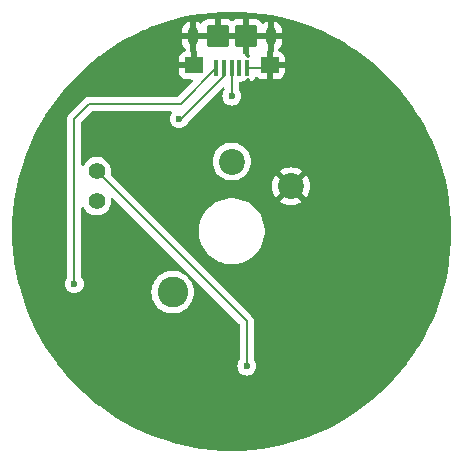
<source format=gbr>
%TF.GenerationSoftware,KiCad,Pcbnew,8.0.1*%
%TF.CreationDate,2024-11-04T22:09:11+13:00*%
%TF.ProjectId,morse_code_keyboard,6d6f7273-655f-4636-9f64-655f6b657962,rev?*%
%TF.SameCoordinates,Original*%
%TF.FileFunction,Copper,L2,Bot*%
%TF.FilePolarity,Positive*%
%FSLAX46Y46*%
G04 Gerber Fmt 4.6, Leading zero omitted, Abs format (unit mm)*
G04 Created by KiCad (PCBNEW 8.0.1) date 2024-11-04 22:09:11*
%MOMM*%
%LPD*%
G01*
G04 APERTURE LIST*
G04 Aperture macros list*
%AMRoundRect*
0 Rectangle with rounded corners*
0 $1 Rounding radius*
0 $2 $3 $4 $5 $6 $7 $8 $9 X,Y pos of 4 corners*
0 Add a 4 corners polygon primitive as box body*
4,1,4,$2,$3,$4,$5,$6,$7,$8,$9,$2,$3,0*
0 Add four circle primitives for the rounded corners*
1,1,$1+$1,$2,$3*
1,1,$1+$1,$4,$5*
1,1,$1+$1,$6,$7*
1,1,$1+$1,$8,$9*
0 Add four rect primitives between the rounded corners*
20,1,$1+$1,$2,$3,$4,$5,0*
20,1,$1+$1,$4,$5,$6,$7,0*
20,1,$1+$1,$6,$7,$8,$9,0*
20,1,$1+$1,$8,$9,$2,$3,0*%
G04 Aperture macros list end*
%TA.AperFunction,ComponentPad*%
%ADD10C,2.200000*%
%TD*%
%TA.AperFunction,ComponentPad*%
%ADD11C,2.600000*%
%TD*%
%TA.AperFunction,ComponentPad*%
%ADD12C,1.400000*%
%TD*%
%TA.AperFunction,SMDPad,CuDef*%
%ADD13RoundRect,0.100000X-0.100000X-0.575000X0.100000X-0.575000X0.100000X0.575000X-0.100000X0.575000X0*%
%TD*%
%TA.AperFunction,ComponentPad*%
%ADD14O,0.900000X1.600000*%
%TD*%
%TA.AperFunction,SMDPad,CuDef*%
%ADD15RoundRect,0.250000X-0.550000X-0.450000X0.550000X-0.450000X0.550000X0.450000X-0.550000X0.450000X0*%
%TD*%
%TA.AperFunction,SMDPad,CuDef*%
%ADD16RoundRect,0.250000X-0.700000X-0.700000X0.700000X-0.700000X0.700000X0.700000X-0.700000X0.700000X0*%
%TD*%
%TA.AperFunction,ViaPad*%
%ADD17C,0.600000*%
%TD*%
%TA.AperFunction,Conductor*%
%ADD18C,0.200000*%
%TD*%
G04 APERTURE END LIST*
D10*
%TO.P,SW1,1,A*%
%TO.N,Net-(SW1A-A)*%
X140970000Y-79190000D03*
%TO.P,SW1,2,B*%
%TO.N,GND*%
X145970000Y-81290000D03*
D11*
%TO.P,SW1,*%
%TO.N,*%
X135970000Y-90240000D03*
%TD*%
D12*
%TO.P,SW2,1,A*%
%TO.N,udp*%
X129540000Y-80010000D03*
%TO.P,SW2,2,B*%
%TO.N,Net-(SW2A-B)*%
X129540000Y-82550000D03*
%TD*%
D13*
%TO.P,J1,1,VBUS*%
%TO.N,VCC*%
X139670000Y-71255000D03*
%TO.P,J1,2,D-*%
%TO.N,udm*%
X140320000Y-71255000D03*
%TO.P,J1,3,D+*%
%TO.N,udp*%
X140970000Y-71255000D03*
%TO.P,J1,4,ID*%
%TO.N,unconnected-(J1-ID-Pad4)*%
X141620000Y-71255000D03*
%TO.P,J1,5,GND*%
%TO.N,GND*%
X142270000Y-71255000D03*
D14*
%TO.P,J1,6,Shield*%
X137670000Y-68580000D03*
D15*
X137770000Y-71030000D03*
D16*
X139770000Y-68580000D03*
X142170000Y-68580000D03*
D15*
X144170000Y-71030000D03*
D14*
X144270000Y-68580000D03*
%TD*%
D17*
%TO.N,VCC*%
X127635000Y-89535000D03*
%TO.N,udm*%
X136525000Y-75565000D03*
%TO.N,udp*%
X140970000Y-73660000D03*
X142240000Y-96520000D03*
%TO.N,GND*%
X154940000Y-88265000D03*
X154940000Y-92075000D03*
X139700000Y-96520000D03*
%TD*%
D18*
%TO.N,GND*%
X143945000Y-71255000D02*
X144170000Y-71030000D01*
X142270000Y-71255000D02*
X143945000Y-71255000D01*
X144170000Y-68680000D02*
X144270000Y-68580000D01*
X144170000Y-71030000D02*
X144170000Y-68680000D01*
X137770000Y-68680000D02*
X137670000Y-68580000D01*
X137770000Y-71030000D02*
X137770000Y-68680000D01*
X139770000Y-68580000D02*
X137670000Y-68580000D01*
X142170000Y-68580000D02*
X144270000Y-68580000D01*
%TO.N,VCC*%
X127635000Y-75565000D02*
X127635000Y-89535000D01*
X128905000Y-74295000D02*
X127635000Y-75565000D01*
X139670000Y-71255000D02*
X136630000Y-74295000D01*
X136630000Y-74295000D02*
X128905000Y-74295000D01*
%TO.N,udm*%
X136684999Y-75565000D02*
X140320000Y-71929999D01*
X140320000Y-71929999D02*
X140320000Y-71255000D01*
X136525000Y-75565000D02*
X136684999Y-75565000D01*
%TO.N,udp*%
X140970000Y-71255000D02*
X140970000Y-73660000D01*
X142240000Y-92710000D02*
X142240000Y-96520000D01*
X129540000Y-80010000D02*
X142240000Y-92710000D01*
%TD*%
%TA.AperFunction,Conductor*%
%TO.N,GND*%
G36*
X141825779Y-66517986D02*
G01*
X141831500Y-66518251D01*
X142682598Y-66577326D01*
X142688234Y-66577847D01*
X143535759Y-66676174D01*
X143541395Y-66676961D01*
X144383414Y-66814314D01*
X144388999Y-66815357D01*
X145018368Y-66948122D01*
X145223807Y-66991459D01*
X145229383Y-66992771D01*
X145388351Y-67034056D01*
X146055133Y-67207228D01*
X146060570Y-67208774D01*
X146875617Y-67461166D01*
X146880988Y-67462967D01*
X147683435Y-67752703D01*
X147688754Y-67754763D01*
X147876028Y-67832335D01*
X148476971Y-68081254D01*
X148482211Y-68083568D01*
X148817458Y-68240945D01*
X149254488Y-68446103D01*
X149259581Y-68448638D01*
X149983079Y-68830000D01*
X150014308Y-68846461D01*
X150019312Y-68849248D01*
X150754853Y-69281499D01*
X150759723Y-69284515D01*
X151474488Y-69750256D01*
X151479214Y-69753493D01*
X152171730Y-70251762D01*
X152176301Y-70255214D01*
X152845081Y-70784947D01*
X152849452Y-70788577D01*
X153450179Y-71311323D01*
X153493033Y-71348614D01*
X153497267Y-71352473D01*
X154114318Y-71941655D01*
X154118344Y-71945681D01*
X154562800Y-72411160D01*
X154707526Y-72562732D01*
X154711385Y-72566966D01*
X155271418Y-73210543D01*
X155275055Y-73214922D01*
X155485611Y-73480745D01*
X155804785Y-73883698D01*
X155808237Y-73888269D01*
X156306506Y-74580785D01*
X156309743Y-74585511D01*
X156775484Y-75300276D01*
X156778500Y-75305146D01*
X157210751Y-76040687D01*
X157213538Y-76045691D01*
X157611352Y-76800401D01*
X157613905Y-76805529D01*
X157976431Y-77577788D01*
X157978745Y-77583028D01*
X158305231Y-78371234D01*
X158307300Y-78376576D01*
X158597022Y-79178981D01*
X158598841Y-79184408D01*
X158848790Y-79991567D01*
X158851214Y-79999393D01*
X158852781Y-80004903D01*
X159067228Y-80830616D01*
X159068540Y-80836192D01*
X159244637Y-81670977D01*
X159245689Y-81676608D01*
X159383035Y-82518585D01*
X159383827Y-82524258D01*
X159482148Y-83371731D01*
X159482676Y-83377435D01*
X159541748Y-84228499D01*
X159542013Y-84234221D01*
X159561719Y-85087136D01*
X159561719Y-85092864D01*
X159542013Y-85945778D01*
X159541748Y-85951500D01*
X159482676Y-86802564D01*
X159482148Y-86808268D01*
X159383827Y-87655741D01*
X159383035Y-87661414D01*
X159245689Y-88503391D01*
X159244637Y-88509022D01*
X159068540Y-89343807D01*
X159067228Y-89349383D01*
X158852781Y-90175096D01*
X158851214Y-90180606D01*
X158598843Y-90995587D01*
X158597022Y-91001018D01*
X158307300Y-91803423D01*
X158305231Y-91808765D01*
X157978745Y-92596971D01*
X157976431Y-92602211D01*
X157613905Y-93374470D01*
X157611352Y-93379598D01*
X157213538Y-94134308D01*
X157210751Y-94139312D01*
X156778500Y-94874853D01*
X156775484Y-94879723D01*
X156309743Y-95594488D01*
X156306506Y-95599214D01*
X155808237Y-96291730D01*
X155804785Y-96296301D01*
X155275067Y-96965063D01*
X155271407Y-96969470D01*
X154711385Y-97613033D01*
X154707526Y-97617267D01*
X154118356Y-98234306D01*
X154114306Y-98238356D01*
X153497267Y-98827526D01*
X153493033Y-98831385D01*
X152849470Y-99391407D01*
X152845063Y-99395067D01*
X152176301Y-99924785D01*
X152171730Y-99928237D01*
X151479214Y-100426506D01*
X151474488Y-100429743D01*
X150759723Y-100895484D01*
X150754853Y-100898500D01*
X150019312Y-101330751D01*
X150014308Y-101333538D01*
X149259598Y-101731352D01*
X149254470Y-101733905D01*
X148482211Y-102096431D01*
X148476971Y-102098745D01*
X147688765Y-102425231D01*
X147683423Y-102427300D01*
X146881018Y-102717022D01*
X146875587Y-102718843D01*
X146060606Y-102971214D01*
X146055096Y-102972781D01*
X145229383Y-103187228D01*
X145223807Y-103188540D01*
X144389022Y-103364637D01*
X144383391Y-103365689D01*
X143541414Y-103503035D01*
X143535741Y-103503827D01*
X142688268Y-103602148D01*
X142682564Y-103602676D01*
X141831500Y-103661748D01*
X141825778Y-103662013D01*
X140972864Y-103681719D01*
X140967136Y-103681719D01*
X140114221Y-103662013D01*
X140108499Y-103661748D01*
X139257435Y-103602676D01*
X139251731Y-103602148D01*
X138404258Y-103503827D01*
X138398585Y-103503035D01*
X137556608Y-103365689D01*
X137550977Y-103364637D01*
X136716192Y-103188540D01*
X136710616Y-103187228D01*
X136015746Y-103006762D01*
X135884895Y-102972778D01*
X135879401Y-102971216D01*
X135064408Y-102718841D01*
X135058981Y-102717022D01*
X134256576Y-102427300D01*
X134251234Y-102425231D01*
X133463028Y-102098745D01*
X133457788Y-102096431D01*
X132685529Y-101733905D01*
X132680401Y-101731352D01*
X131925691Y-101333538D01*
X131920687Y-101330751D01*
X131185146Y-100898500D01*
X131180276Y-100895484D01*
X130465511Y-100429743D01*
X130460785Y-100426506D01*
X129768269Y-99928237D01*
X129763698Y-99924785D01*
X129477303Y-99697935D01*
X129094922Y-99395055D01*
X129090543Y-99391418D01*
X128446966Y-98831385D01*
X128442732Y-98827526D01*
X128239268Y-98633252D01*
X127825681Y-98238344D01*
X127821655Y-98234318D01*
X127232473Y-97617267D01*
X127228614Y-97613033D01*
X127191323Y-97570179D01*
X126668577Y-96969452D01*
X126664947Y-96965081D01*
X126170421Y-96340750D01*
X126135214Y-96296301D01*
X126131762Y-96291730D01*
X125633493Y-95599214D01*
X125630256Y-95594488D01*
X125164515Y-94879723D01*
X125161499Y-94874853D01*
X124729248Y-94139312D01*
X124726461Y-94134308D01*
X124328647Y-93379598D01*
X124326103Y-93374488D01*
X124052847Y-92792395D01*
X123963568Y-92602211D01*
X123961254Y-92596971D01*
X123730756Y-92040500D01*
X123634763Y-91808754D01*
X123632699Y-91803423D01*
X123342967Y-91000988D01*
X123341166Y-90995617D01*
X123088774Y-90180570D01*
X123087228Y-90175133D01*
X122920979Y-89535003D01*
X126829435Y-89535003D01*
X126849630Y-89714249D01*
X126849631Y-89714254D01*
X126909211Y-89884523D01*
X127005184Y-90037262D01*
X127132738Y-90164816D01*
X127149099Y-90175096D01*
X127252392Y-90240000D01*
X127285478Y-90260789D01*
X127455745Y-90320368D01*
X127455750Y-90320369D01*
X127634996Y-90340565D01*
X127635000Y-90340565D01*
X127635004Y-90340565D01*
X127814249Y-90320369D01*
X127814252Y-90320368D01*
X127814255Y-90320368D01*
X127984522Y-90260789D01*
X128017601Y-90240004D01*
X134164451Y-90240004D01*
X134184616Y-90509101D01*
X134244664Y-90772188D01*
X134244666Y-90772195D01*
X134333410Y-90998310D01*
X134343257Y-91023398D01*
X134478185Y-91257102D01*
X134614080Y-91427509D01*
X134646442Y-91468089D01*
X134833183Y-91641358D01*
X134844259Y-91651635D01*
X135067226Y-91803651D01*
X135067229Y-91803652D01*
X135067230Y-91803653D01*
X135077845Y-91808765D01*
X135310359Y-91920738D01*
X135568228Y-92000280D01*
X135568229Y-92000280D01*
X135568232Y-92000281D01*
X135835063Y-92040499D01*
X135835068Y-92040499D01*
X135835071Y-92040500D01*
X135835072Y-92040500D01*
X136104928Y-92040500D01*
X136104929Y-92040500D01*
X136104936Y-92040499D01*
X136371767Y-92000281D01*
X136371768Y-92000280D01*
X136371772Y-92000280D01*
X136629641Y-91920738D01*
X136862156Y-91808765D01*
X136872767Y-91803655D01*
X136872767Y-91803654D01*
X136872775Y-91803651D01*
X137095741Y-91651635D01*
X137293561Y-91468085D01*
X137461815Y-91257102D01*
X137596743Y-91023398D01*
X137695334Y-90772195D01*
X137755383Y-90509103D01*
X137769526Y-90320369D01*
X137775549Y-90240004D01*
X137775549Y-90239995D01*
X137755383Y-89970898D01*
X137755383Y-89970897D01*
X137695334Y-89707805D01*
X137596743Y-89456602D01*
X137461815Y-89222898D01*
X137293561Y-89011915D01*
X137293560Y-89011914D01*
X137293557Y-89011910D01*
X137095741Y-88828365D01*
X136872775Y-88676349D01*
X136872769Y-88676346D01*
X136872768Y-88676345D01*
X136872767Y-88676344D01*
X136629643Y-88559263D01*
X136629645Y-88559263D01*
X136371773Y-88479720D01*
X136371767Y-88479718D01*
X136104936Y-88439500D01*
X136104929Y-88439500D01*
X135835071Y-88439500D01*
X135835063Y-88439500D01*
X135568232Y-88479718D01*
X135568226Y-88479720D01*
X135310358Y-88559262D01*
X135067230Y-88676346D01*
X134844258Y-88828365D01*
X134646442Y-89011910D01*
X134478185Y-89222898D01*
X134343258Y-89456599D01*
X134343256Y-89456603D01*
X134244666Y-89707804D01*
X134244664Y-89707811D01*
X134184616Y-89970898D01*
X134164451Y-90239995D01*
X134164451Y-90240004D01*
X128017601Y-90240004D01*
X128137262Y-90164816D01*
X128264816Y-90037262D01*
X128360789Y-89884522D01*
X128420368Y-89714255D01*
X128440565Y-89535000D01*
X128431731Y-89456599D01*
X128420369Y-89355750D01*
X128420368Y-89355745D01*
X128360788Y-89185476D01*
X128264813Y-89032734D01*
X128262550Y-89029896D01*
X128261659Y-89027715D01*
X128261111Y-89026842D01*
X128261264Y-89026745D01*
X128236144Y-88965209D01*
X128235500Y-88952587D01*
X128235500Y-83150710D01*
X128255185Y-83083671D01*
X128307989Y-83037916D01*
X128377147Y-83027972D01*
X128440703Y-83056997D01*
X128470500Y-83095439D01*
X128514936Y-83184679D01*
X128514943Y-83184691D01*
X128649020Y-83362238D01*
X128813437Y-83512123D01*
X128813439Y-83512125D01*
X129002595Y-83629245D01*
X129002596Y-83629245D01*
X129002599Y-83629247D01*
X129210060Y-83709618D01*
X129428757Y-83750500D01*
X129428759Y-83750500D01*
X129651241Y-83750500D01*
X129651243Y-83750500D01*
X129869940Y-83709618D01*
X130077401Y-83629247D01*
X130266562Y-83512124D01*
X130430981Y-83362236D01*
X130565058Y-83184689D01*
X130664229Y-82985528D01*
X130725115Y-82771536D01*
X130745643Y-82550000D01*
X130727786Y-82357294D01*
X130741201Y-82288727D01*
X130789558Y-82238295D01*
X130857504Y-82222012D01*
X130923466Y-82245049D01*
X130938938Y-82258174D01*
X141603181Y-92922416D01*
X141636666Y-92983739D01*
X141639500Y-93010097D01*
X141639500Y-95937587D01*
X141619815Y-96004626D01*
X141612450Y-96014896D01*
X141610186Y-96017734D01*
X141514211Y-96170476D01*
X141454631Y-96340745D01*
X141454630Y-96340750D01*
X141434435Y-96519996D01*
X141434435Y-96520003D01*
X141454630Y-96699249D01*
X141454631Y-96699254D01*
X141514211Y-96869523D01*
X141610184Y-97022262D01*
X141737738Y-97149816D01*
X141890478Y-97245789D01*
X142060745Y-97305368D01*
X142060750Y-97305369D01*
X142239996Y-97325565D01*
X142240000Y-97325565D01*
X142240004Y-97325565D01*
X142419249Y-97305369D01*
X142419252Y-97305368D01*
X142419255Y-97305368D01*
X142589522Y-97245789D01*
X142742262Y-97149816D01*
X142869816Y-97022262D01*
X142965789Y-96869522D01*
X143025368Y-96699255D01*
X143045565Y-96520000D01*
X143025368Y-96340745D01*
X142965789Y-96170478D01*
X142869816Y-96017738D01*
X142869814Y-96017736D01*
X142869813Y-96017734D01*
X142867550Y-96014896D01*
X142866659Y-96012715D01*
X142866111Y-96011842D01*
X142866264Y-96011745D01*
X142841144Y-95950209D01*
X142840500Y-95937587D01*
X142840500Y-92630945D01*
X142840500Y-92630943D01*
X142799577Y-92478216D01*
X142799577Y-92478215D01*
X142799577Y-92478214D01*
X142770639Y-92428095D01*
X142770637Y-92428092D01*
X142720520Y-92341284D01*
X142608716Y-92229480D01*
X142608715Y-92229479D01*
X142604385Y-92225149D01*
X142604374Y-92225139D01*
X135625108Y-85245873D01*
X138194500Y-85245873D01*
X138229402Y-85555633D01*
X138229404Y-85555649D01*
X138298771Y-85859567D01*
X138298775Y-85859579D01*
X138401733Y-86153814D01*
X138536988Y-86434674D01*
X138536990Y-86434677D01*
X138702844Y-86698633D01*
X138897209Y-86942359D01*
X139117641Y-87162791D01*
X139361367Y-87357156D01*
X139625323Y-87523010D01*
X139906189Y-87658268D01*
X140127174Y-87735594D01*
X140200420Y-87761224D01*
X140200432Y-87761228D01*
X140504354Y-87830596D01*
X140814126Y-87865499D01*
X140814127Y-87865500D01*
X140814131Y-87865500D01*
X141125873Y-87865500D01*
X141125873Y-87865499D01*
X141435646Y-87830596D01*
X141739568Y-87761228D01*
X142033811Y-87658268D01*
X142314677Y-87523010D01*
X142578633Y-87357156D01*
X142822359Y-87162791D01*
X143042791Y-86942359D01*
X143237156Y-86698633D01*
X143403010Y-86434677D01*
X143538268Y-86153811D01*
X143641228Y-85859568D01*
X143710596Y-85555646D01*
X143745500Y-85245869D01*
X143745500Y-84934131D01*
X143710596Y-84624354D01*
X143641228Y-84320432D01*
X143538268Y-84026189D01*
X143403010Y-83745323D01*
X143237156Y-83481367D01*
X143042791Y-83237641D01*
X142822359Y-83017209D01*
X142578633Y-82822844D01*
X142314677Y-82656990D01*
X142314674Y-82656988D01*
X142033814Y-82521733D01*
X141739579Y-82418775D01*
X141739567Y-82418771D01*
X141435649Y-82349404D01*
X141435633Y-82349402D01*
X141125873Y-82314500D01*
X141125869Y-82314500D01*
X140814131Y-82314500D01*
X140814127Y-82314500D01*
X140504366Y-82349402D01*
X140504350Y-82349404D01*
X140200432Y-82418771D01*
X140200420Y-82418775D01*
X139906185Y-82521733D01*
X139625325Y-82656988D01*
X139361368Y-82822843D01*
X139117641Y-83017208D01*
X138897208Y-83237641D01*
X138702843Y-83481368D01*
X138536988Y-83745325D01*
X138401733Y-84026185D01*
X138298775Y-84320420D01*
X138298771Y-84320432D01*
X138229404Y-84624350D01*
X138229402Y-84624366D01*
X138194500Y-84934126D01*
X138194500Y-85245873D01*
X135625108Y-85245873D01*
X131669235Y-81290000D01*
X144365052Y-81290000D01*
X144384812Y-81541072D01*
X144443603Y-81785956D01*
X144539980Y-82018631D01*
X144671568Y-82233362D01*
X144672266Y-82234179D01*
X145405387Y-81501059D01*
X145410889Y-81521591D01*
X145489881Y-81658408D01*
X145601592Y-81770119D01*
X145738409Y-81849111D01*
X145758940Y-81854612D01*
X145025819Y-82587732D01*
X145025819Y-82587733D01*
X145026634Y-82588429D01*
X145241368Y-82720019D01*
X145474043Y-82816396D01*
X145718927Y-82875187D01*
X145970000Y-82894947D01*
X146221072Y-82875187D01*
X146465956Y-82816396D01*
X146698631Y-82720019D01*
X146913361Y-82588432D01*
X146913363Y-82588430D01*
X146914180Y-82587732D01*
X146181059Y-81854612D01*
X146201591Y-81849111D01*
X146338408Y-81770119D01*
X146450119Y-81658408D01*
X146529111Y-81521591D01*
X146534612Y-81501060D01*
X147267732Y-82234180D01*
X147268430Y-82233363D01*
X147268432Y-82233361D01*
X147400019Y-82018631D01*
X147496396Y-81785956D01*
X147555187Y-81541072D01*
X147574947Y-81290000D01*
X147555187Y-81038927D01*
X147496396Y-80794043D01*
X147400019Y-80561368D01*
X147268429Y-80346634D01*
X147267733Y-80345819D01*
X147267732Y-80345819D01*
X146534612Y-81078939D01*
X146529111Y-81058409D01*
X146450119Y-80921592D01*
X146338408Y-80809881D01*
X146201591Y-80730889D01*
X146181059Y-80725387D01*
X146914179Y-79992266D01*
X146913362Y-79991568D01*
X146698631Y-79859980D01*
X146465956Y-79763603D01*
X146221072Y-79704812D01*
X145970000Y-79685052D01*
X145718927Y-79704812D01*
X145474043Y-79763603D01*
X145241368Y-79859980D01*
X145026637Y-79991567D01*
X145025819Y-79992266D01*
X145758940Y-80725387D01*
X145738409Y-80730889D01*
X145601592Y-80809881D01*
X145489881Y-80921592D01*
X145410889Y-81058409D01*
X145405387Y-81078940D01*
X144672266Y-80345819D01*
X144671567Y-80346637D01*
X144539980Y-80561368D01*
X144443603Y-80794043D01*
X144384812Y-81038927D01*
X144365052Y-81290000D01*
X131669235Y-81290000D01*
X130751314Y-80372079D01*
X130717829Y-80310756D01*
X130719730Y-80250460D01*
X130725115Y-80231536D01*
X130745643Y-80010000D01*
X130744912Y-80002116D01*
X130725115Y-79788464D01*
X130725114Y-79788462D01*
X130695992Y-79686110D01*
X130664229Y-79574472D01*
X130664224Y-79574461D01*
X130565061Y-79375316D01*
X130565056Y-79375308D01*
X130430979Y-79197761D01*
X130422466Y-79190000D01*
X139364551Y-79190000D01*
X139384317Y-79441151D01*
X139443126Y-79686110D01*
X139539533Y-79918859D01*
X139671160Y-80133653D01*
X139671161Y-80133656D01*
X139671164Y-80133659D01*
X139834776Y-80325224D01*
X139975634Y-80445528D01*
X140026343Y-80488838D01*
X140026346Y-80488839D01*
X140241140Y-80620466D01*
X140473889Y-80716873D01*
X140718852Y-80775683D01*
X140970000Y-80795449D01*
X141221148Y-80775683D01*
X141466111Y-80716873D01*
X141698859Y-80620466D01*
X141913659Y-80488836D01*
X142105224Y-80325224D01*
X142268836Y-80133659D01*
X142400466Y-79918859D01*
X142496873Y-79686111D01*
X142555683Y-79441148D01*
X142575449Y-79190000D01*
X142555683Y-78938852D01*
X142496873Y-78693889D01*
X142400466Y-78461141D01*
X142400466Y-78461140D01*
X142268839Y-78246346D01*
X142268838Y-78246343D01*
X142231875Y-78203066D01*
X142105224Y-78054776D01*
X141978571Y-77946604D01*
X141913656Y-77891161D01*
X141913653Y-77891160D01*
X141698859Y-77759533D01*
X141466110Y-77663126D01*
X141221151Y-77604317D01*
X140970000Y-77584551D01*
X140718848Y-77604317D01*
X140473889Y-77663126D01*
X140241140Y-77759533D01*
X140026346Y-77891160D01*
X140026343Y-77891161D01*
X139834776Y-78054776D01*
X139671161Y-78246343D01*
X139671160Y-78246346D01*
X139539533Y-78461140D01*
X139443126Y-78693889D01*
X139384317Y-78938848D01*
X139364551Y-79190000D01*
X130422466Y-79190000D01*
X130266562Y-79047876D01*
X130266560Y-79047874D01*
X130077404Y-78930754D01*
X130077398Y-78930752D01*
X129869940Y-78850382D01*
X129651243Y-78809500D01*
X129428757Y-78809500D01*
X129210060Y-78850382D01*
X129078864Y-78901207D01*
X129002601Y-78930752D01*
X129002595Y-78930754D01*
X128813439Y-79047874D01*
X128813437Y-79047876D01*
X128649020Y-79197761D01*
X128514943Y-79375308D01*
X128514938Y-79375316D01*
X128470500Y-79464561D01*
X128422997Y-79515798D01*
X128355334Y-79533219D01*
X128288994Y-79511293D01*
X128245039Y-79456982D01*
X128235500Y-79409289D01*
X128235500Y-75865097D01*
X128255185Y-75798058D01*
X128271819Y-75777416D01*
X129117416Y-74931819D01*
X129178739Y-74898334D01*
X129205097Y-74895500D01*
X135775905Y-74895500D01*
X135842944Y-74915185D01*
X135888699Y-74967989D01*
X135898643Y-75037147D01*
X135880899Y-75085472D01*
X135799211Y-75215476D01*
X135739631Y-75385745D01*
X135739630Y-75385750D01*
X135719435Y-75564996D01*
X135719435Y-75565003D01*
X135739630Y-75744249D01*
X135739631Y-75744254D01*
X135799211Y-75914523D01*
X135878486Y-76040687D01*
X135895184Y-76067262D01*
X136022738Y-76194816D01*
X136175478Y-76290789D01*
X136345745Y-76350368D01*
X136345750Y-76350369D01*
X136524996Y-76370565D01*
X136525000Y-76370565D01*
X136525004Y-76370565D01*
X136704249Y-76350369D01*
X136704252Y-76350368D01*
X136704255Y-76350368D01*
X136874522Y-76290789D01*
X137027262Y-76194816D01*
X137154816Y-76067262D01*
X137250789Y-75914522D01*
X137277008Y-75839589D01*
X137306366Y-75792866D01*
X140157821Y-72941412D01*
X140219142Y-72907929D01*
X140288834Y-72912913D01*
X140344767Y-72954785D01*
X140369184Y-73020249D01*
X140369500Y-73029095D01*
X140369500Y-73077587D01*
X140349815Y-73144626D01*
X140342450Y-73154896D01*
X140340186Y-73157734D01*
X140244211Y-73310476D01*
X140184631Y-73480745D01*
X140184630Y-73480750D01*
X140164435Y-73659996D01*
X140164435Y-73660003D01*
X140184630Y-73839249D01*
X140184631Y-73839254D01*
X140244211Y-74009523D01*
X140340184Y-74162262D01*
X140467738Y-74289816D01*
X140620478Y-74385789D01*
X140790745Y-74445368D01*
X140790750Y-74445369D01*
X140969996Y-74465565D01*
X140970000Y-74465565D01*
X140970004Y-74465565D01*
X141149249Y-74445369D01*
X141149252Y-74445368D01*
X141149255Y-74445368D01*
X141319522Y-74385789D01*
X141472262Y-74289816D01*
X141599816Y-74162262D01*
X141695789Y-74009522D01*
X141755368Y-73839255D01*
X141755369Y-73839249D01*
X141775565Y-73660003D01*
X141775565Y-73659996D01*
X141755369Y-73480750D01*
X141755368Y-73480745D01*
X141695788Y-73310476D01*
X141599813Y-73157734D01*
X141597550Y-73154896D01*
X141596659Y-73152715D01*
X141596111Y-73151842D01*
X141596264Y-73151745D01*
X141571144Y-73090209D01*
X141570500Y-73077587D01*
X141570500Y-72554499D01*
X141590185Y-72487460D01*
X141642989Y-72441705D01*
X141694500Y-72430499D01*
X141759362Y-72430499D01*
X141783829Y-72427277D01*
X141876762Y-72415044D01*
X141898200Y-72406163D01*
X141967668Y-72398694D01*
X141993106Y-72406163D01*
X142013365Y-72414554D01*
X142013377Y-72414558D01*
X142069998Y-72422011D01*
X142070000Y-72422010D01*
X142070000Y-72379499D01*
X142089685Y-72312460D01*
X142118512Y-72281125D01*
X142148282Y-72258282D01*
X142244536Y-72132841D01*
X142244536Y-72132839D01*
X142247624Y-72128816D01*
X142304052Y-72087613D01*
X142373798Y-72083458D01*
X142434718Y-72117670D01*
X142467471Y-72179387D01*
X142470000Y-72204302D01*
X142470000Y-72422010D01*
X142470001Y-72422011D01*
X142526627Y-72414557D01*
X142526633Y-72414555D01*
X142672585Y-72354100D01*
X142797924Y-72257924D01*
X142894099Y-72132586D01*
X142916169Y-72079304D01*
X142960009Y-72024899D01*
X143026302Y-72002833D01*
X143094002Y-72020111D01*
X143118412Y-72039073D01*
X143151654Y-72072315D01*
X143300875Y-72164356D01*
X143300880Y-72164358D01*
X143467302Y-72219505D01*
X143467309Y-72219506D01*
X143570019Y-72229999D01*
X143919999Y-72229999D01*
X143920000Y-72229998D01*
X143920000Y-71280000D01*
X144420000Y-71280000D01*
X144420000Y-72229999D01*
X144769972Y-72229999D01*
X144769986Y-72229998D01*
X144872697Y-72219505D01*
X145039119Y-72164358D01*
X145039124Y-72164356D01*
X145188345Y-72072315D01*
X145312315Y-71948345D01*
X145404356Y-71799124D01*
X145404358Y-71799119D01*
X145459505Y-71632697D01*
X145459506Y-71632690D01*
X145469999Y-71529986D01*
X145470000Y-71529973D01*
X145470000Y-71280000D01*
X144420000Y-71280000D01*
X143920000Y-71280000D01*
X143920000Y-69911000D01*
X143939685Y-69843961D01*
X143992489Y-69798206D01*
X144013327Y-69793672D01*
X144020000Y-69787000D01*
X144020000Y-68979728D01*
X144058060Y-69071614D01*
X144128386Y-69141940D01*
X144220272Y-69180000D01*
X144319728Y-69180000D01*
X144411614Y-69141940D01*
X144481940Y-69071614D01*
X144520000Y-68979728D01*
X144520000Y-69799000D01*
X144500315Y-69866039D01*
X144447511Y-69911794D01*
X144426672Y-69916327D01*
X144420000Y-69923000D01*
X144420000Y-70780000D01*
X145469999Y-70780000D01*
X145469999Y-70530028D01*
X145469998Y-70530013D01*
X145459505Y-70427302D01*
X145404358Y-70260880D01*
X145404356Y-70260875D01*
X145312315Y-70111654D01*
X145188345Y-69987684D01*
X145039124Y-69895643D01*
X145039119Y-69895641D01*
X144936072Y-69861495D01*
X144878627Y-69821722D01*
X144851804Y-69757207D01*
X144864119Y-69688431D01*
X144887395Y-69656107D01*
X145007914Y-69535588D01*
X145111875Y-69380000D01*
X145111880Y-69379991D01*
X145183491Y-69207105D01*
X145183493Y-69207097D01*
X145219999Y-69023571D01*
X145220000Y-69023569D01*
X145220000Y-68830000D01*
X144520000Y-68830000D01*
X144520000Y-68330000D01*
X145220000Y-68330000D01*
X145220000Y-68136430D01*
X145219999Y-68136428D01*
X145183493Y-67952902D01*
X145183491Y-67952894D01*
X145111880Y-67780008D01*
X145111875Y-67779999D01*
X145007913Y-67624410D01*
X145007910Y-67624406D01*
X144875593Y-67492089D01*
X144875589Y-67492086D01*
X144720000Y-67388124D01*
X144719991Y-67388119D01*
X144547103Y-67316507D01*
X144547100Y-67316506D01*
X144520000Y-67311115D01*
X144520000Y-68180272D01*
X144481940Y-68088386D01*
X144411614Y-68018060D01*
X144319728Y-67980000D01*
X144220272Y-67980000D01*
X144128386Y-68018060D01*
X144058060Y-68088386D01*
X144020000Y-68180272D01*
X144020000Y-67311116D01*
X144019999Y-67311115D01*
X143992899Y-67316506D01*
X143992896Y-67316507D01*
X143820008Y-67388119D01*
X143819999Y-67388124D01*
X143663351Y-67492794D01*
X143596673Y-67513672D01*
X143529293Y-67495187D01*
X143488921Y-67454789D01*
X143462315Y-67411654D01*
X143338345Y-67287684D01*
X143189124Y-67195643D01*
X143189119Y-67195641D01*
X143022697Y-67140494D01*
X143022690Y-67140493D01*
X142919986Y-67130000D01*
X142420000Y-67130000D01*
X142420000Y-68330000D01*
X144020000Y-68330000D01*
X144020000Y-68830000D01*
X142420000Y-68830000D01*
X142420000Y-70029999D01*
X142433681Y-70043680D01*
X142467166Y-70105003D01*
X142470000Y-70131361D01*
X142470000Y-70305697D01*
X142450315Y-70372736D01*
X142397511Y-70418491D01*
X142328353Y-70428435D01*
X142264797Y-70399410D01*
X142247624Y-70381184D01*
X142150964Y-70255214D01*
X142148282Y-70251718D01*
X142148280Y-70251717D01*
X142148280Y-70251716D01*
X142118511Y-70228873D01*
X142077310Y-70172444D01*
X142070000Y-70130499D01*
X142070000Y-70087987D01*
X142069999Y-70087987D01*
X142060186Y-70089280D01*
X141991151Y-70078515D01*
X141938895Y-70032135D01*
X141920000Y-69966341D01*
X141920000Y-68830000D01*
X137920000Y-68830000D01*
X137920000Y-68330000D01*
X139520000Y-68330000D01*
X139520000Y-67130000D01*
X140020000Y-67130000D01*
X140020000Y-68330000D01*
X141920000Y-68330000D01*
X141920000Y-67130000D01*
X141420028Y-67130000D01*
X141420012Y-67130001D01*
X141317302Y-67140494D01*
X141150880Y-67195641D01*
X141150871Y-67195645D01*
X141035096Y-67267056D01*
X140967704Y-67285496D01*
X140904904Y-67267056D01*
X140789128Y-67195645D01*
X140789119Y-67195641D01*
X140622697Y-67140494D01*
X140622690Y-67140493D01*
X140519986Y-67130000D01*
X140020000Y-67130000D01*
X139520000Y-67130000D01*
X139020028Y-67130000D01*
X139020012Y-67130001D01*
X138917302Y-67140494D01*
X138750880Y-67195641D01*
X138750875Y-67195643D01*
X138601654Y-67287684D01*
X138477682Y-67411656D01*
X138451077Y-67454790D01*
X138399128Y-67501514D01*
X138330166Y-67512735D01*
X138276648Y-67492794D01*
X138120000Y-67388124D01*
X138119991Y-67388119D01*
X137947103Y-67316507D01*
X137947100Y-67316506D01*
X137920000Y-67311115D01*
X137920000Y-68180272D01*
X137881940Y-68088386D01*
X137811614Y-68018060D01*
X137719728Y-67980000D01*
X137620272Y-67980000D01*
X137528386Y-68018060D01*
X137458060Y-68088386D01*
X137420000Y-68180272D01*
X137420000Y-67311116D01*
X137419999Y-67311115D01*
X137392899Y-67316506D01*
X137392896Y-67316507D01*
X137220008Y-67388119D01*
X137219999Y-67388124D01*
X137064410Y-67492086D01*
X137064406Y-67492089D01*
X136932089Y-67624406D01*
X136932086Y-67624410D01*
X136828124Y-67779999D01*
X136828119Y-67780008D01*
X136756508Y-67952894D01*
X136756506Y-67952902D01*
X136720000Y-68136428D01*
X136720000Y-68330000D01*
X137420000Y-68330000D01*
X137420000Y-68830000D01*
X136720000Y-68830000D01*
X136720000Y-69023571D01*
X136756506Y-69207097D01*
X136756508Y-69207105D01*
X136828119Y-69379991D01*
X136828124Y-69380000D01*
X136932086Y-69535589D01*
X136932089Y-69535593D01*
X137052604Y-69656108D01*
X137086089Y-69717431D01*
X137081105Y-69787123D01*
X137039233Y-69843056D01*
X137003927Y-69861495D01*
X136900880Y-69895641D01*
X136900875Y-69895643D01*
X136751654Y-69987684D01*
X136627684Y-70111654D01*
X136535643Y-70260875D01*
X136535641Y-70260880D01*
X136480494Y-70427302D01*
X136480493Y-70427309D01*
X136470000Y-70530013D01*
X136470000Y-70780000D01*
X137520000Y-70780000D01*
X137520000Y-69923000D01*
X137510023Y-69913023D01*
X137476961Y-69903315D01*
X137431206Y-69850511D01*
X137420000Y-69799000D01*
X137420000Y-68979728D01*
X137458060Y-69071614D01*
X137528386Y-69141940D01*
X137620272Y-69180000D01*
X137719728Y-69180000D01*
X137811614Y-69141940D01*
X137881940Y-69071614D01*
X137920000Y-68979728D01*
X137920000Y-69787000D01*
X137929976Y-69796976D01*
X137963039Y-69806685D01*
X138008794Y-69859489D01*
X138020000Y-69911000D01*
X138020000Y-71156000D01*
X138000315Y-71223039D01*
X137947511Y-71268794D01*
X137896000Y-71280000D01*
X136470001Y-71280000D01*
X136470001Y-71529986D01*
X136480494Y-71632697D01*
X136535641Y-71799119D01*
X136535643Y-71799124D01*
X136627684Y-71948345D01*
X136751654Y-72072315D01*
X136900875Y-72164356D01*
X136900880Y-72164358D01*
X137067302Y-72219505D01*
X137067309Y-72219506D01*
X137170019Y-72229999D01*
X137546401Y-72229999D01*
X137613440Y-72249683D01*
X137659195Y-72302487D01*
X137669139Y-72371646D01*
X137640114Y-72435201D01*
X137634082Y-72441680D01*
X136417584Y-73658181D01*
X136356261Y-73691666D01*
X136329903Y-73694500D01*
X128984057Y-73694500D01*
X128825942Y-73694500D01*
X128673215Y-73735423D01*
X128673214Y-73735423D01*
X128673212Y-73735424D01*
X128673209Y-73735425D01*
X128623096Y-73764359D01*
X128623095Y-73764360D01*
X128579689Y-73789420D01*
X128536285Y-73814479D01*
X128536282Y-73814481D01*
X127154481Y-75196282D01*
X127154479Y-75196285D01*
X127104361Y-75283094D01*
X127104359Y-75283096D01*
X127075425Y-75333209D01*
X127075424Y-75333210D01*
X127075423Y-75333215D01*
X127034499Y-75485943D01*
X127034499Y-75485945D01*
X127034499Y-75654046D01*
X127034500Y-75654059D01*
X127034500Y-88952587D01*
X127014815Y-89019626D01*
X127007450Y-89029896D01*
X127005186Y-89032734D01*
X126909211Y-89185476D01*
X126849631Y-89355745D01*
X126849630Y-89355750D01*
X126829435Y-89534996D01*
X126829435Y-89535003D01*
X122920979Y-89535003D01*
X122899137Y-89450903D01*
X122872771Y-89349383D01*
X122871459Y-89343807D01*
X122805839Y-89032738D01*
X122695357Y-88508999D01*
X122694314Y-88503414D01*
X122556961Y-87661395D01*
X122556172Y-87655741D01*
X122457847Y-86808234D01*
X122457326Y-86802598D01*
X122398251Y-85951500D01*
X122397986Y-85945778D01*
X122378280Y-85092864D01*
X122378280Y-85087136D01*
X122395995Y-84320420D01*
X122397986Y-84234218D01*
X122398251Y-84228499D01*
X122399483Y-84210752D01*
X122457326Y-83377397D01*
X122457847Y-83371769D01*
X122556175Y-82524234D01*
X122556960Y-82518610D01*
X122694315Y-81676577D01*
X122695356Y-81671008D01*
X122871459Y-80836190D01*
X122872771Y-80830616D01*
X122881905Y-80795448D01*
X123087231Y-80004855D01*
X123088771Y-79999441D01*
X123341170Y-79184369D01*
X123342962Y-79179024D01*
X123632708Y-78376550D01*
X123634758Y-78371259D01*
X123961255Y-77583025D01*
X123963568Y-77577788D01*
X124052847Y-77387605D01*
X124326111Y-76805494D01*
X124328629Y-76800435D01*
X124726474Y-76045666D01*
X124729234Y-76040711D01*
X125161505Y-75305135D01*
X125164515Y-75300276D01*
X125175710Y-75283096D01*
X125630261Y-74585503D01*
X125633493Y-74580785D01*
X126131774Y-73888252D01*
X126135201Y-73883714D01*
X126664964Y-73214896D01*
X126668559Y-73210568D01*
X127228632Y-72566946D01*
X127232455Y-72562751D01*
X127821677Y-71945658D01*
X127825658Y-71941677D01*
X128442751Y-71352455D01*
X128446946Y-71348632D01*
X129090568Y-70788559D01*
X129094896Y-70784964D01*
X129763714Y-70255201D01*
X129768252Y-70251774D01*
X130460792Y-69753487D01*
X130465511Y-69750256D01*
X130560393Y-69688431D01*
X131180287Y-69284508D01*
X131185135Y-69281505D01*
X131920711Y-68849234D01*
X131925666Y-68846474D01*
X132680435Y-68448629D01*
X132685494Y-68446111D01*
X133457790Y-68083566D01*
X133463028Y-68081254D01*
X133615592Y-68018060D01*
X134251259Y-67754758D01*
X134256550Y-67752708D01*
X135059024Y-67462962D01*
X135064369Y-67461170D01*
X135879441Y-67208771D01*
X135884855Y-67207231D01*
X136710617Y-66992770D01*
X136716192Y-66991459D01*
X137551008Y-66815356D01*
X137556577Y-66814315D01*
X138398610Y-66676960D01*
X138404234Y-66676175D01*
X139251769Y-66577847D01*
X139257397Y-66577326D01*
X140108502Y-66518250D01*
X140114218Y-66517986D01*
X140967143Y-66498280D01*
X140972857Y-66498280D01*
X141825779Y-66517986D01*
G37*
%TD.AperFunction*%
%TD*%
M02*

</source>
